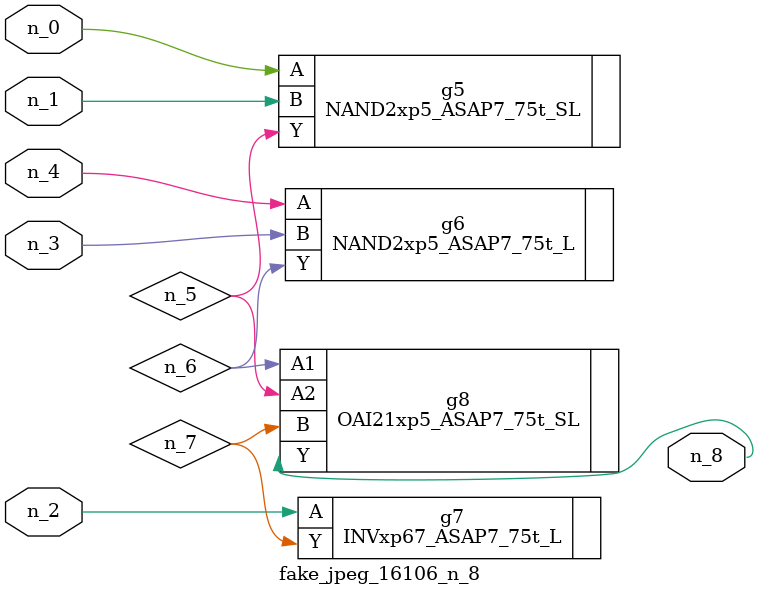
<source format=v>
module fake_jpeg_16106_n_8 (n_3, n_2, n_1, n_0, n_4, n_8);

input n_3;
input n_2;
input n_1;
input n_0;
input n_4;

output n_8;

wire n_6;
wire n_5;
wire n_7;

NAND2xp5_ASAP7_75t_SL g5 ( 
.A(n_0),
.B(n_1),
.Y(n_5)
);

NAND2xp5_ASAP7_75t_L g6 ( 
.A(n_4),
.B(n_3),
.Y(n_6)
);

INVxp67_ASAP7_75t_L g7 ( 
.A(n_2),
.Y(n_7)
);

OAI21xp5_ASAP7_75t_SL g8 ( 
.A1(n_6),
.A2(n_5),
.B(n_7),
.Y(n_8)
);


endmodule
</source>
